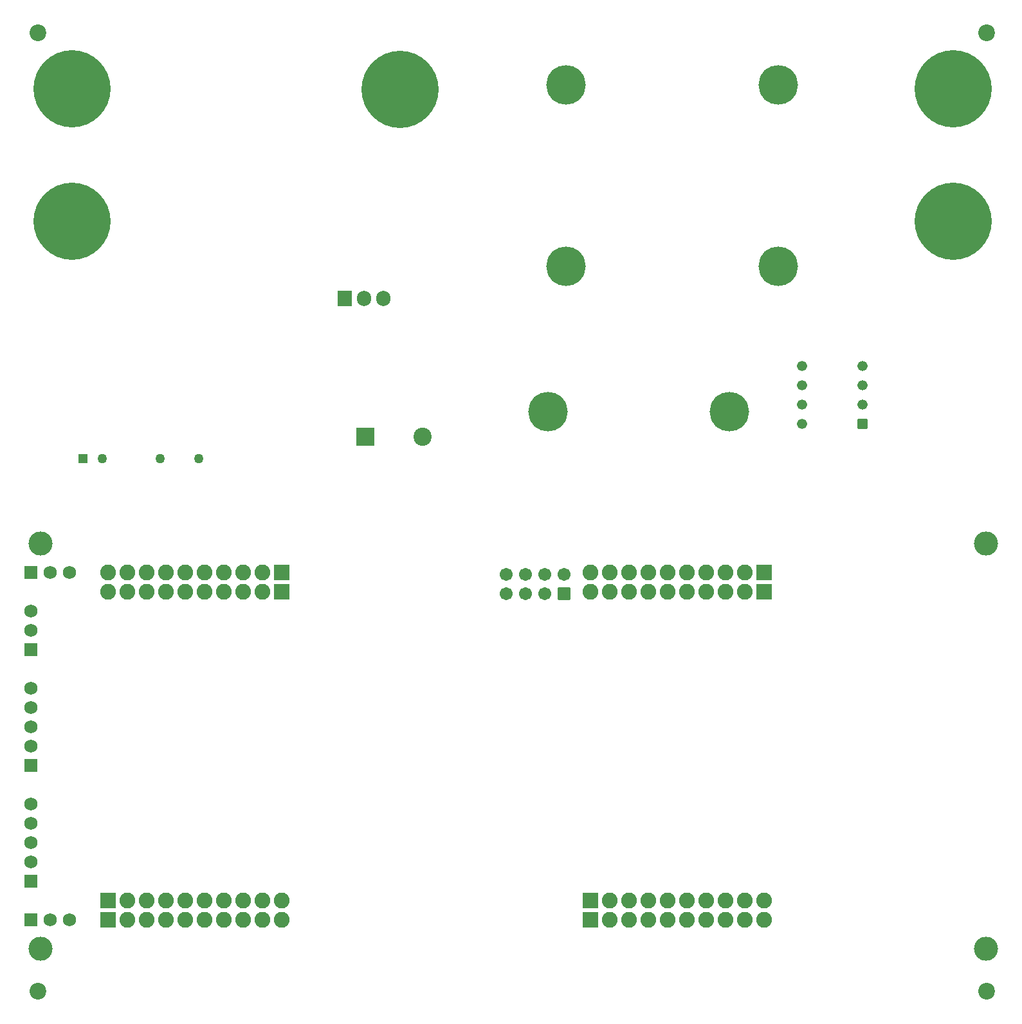
<source format=gbr>
%TF.GenerationSoftware,KiCad,Pcbnew,8.0.7*%
%TF.CreationDate,2025-03-01T22:04:56-05:00*%
%TF.ProjectId,MyFirstBuck,4d794669-7273-4744-9275-636b2e6b6963,v0*%
%TF.SameCoordinates,Original*%
%TF.FileFunction,Soldermask,Bot*%
%TF.FilePolarity,Negative*%
%FSLAX46Y46*%
G04 Gerber Fmt 4.6, Leading zero omitted, Abs format (unit mm)*
G04 Created by KiCad (PCBNEW 8.0.7) date 2025-03-01 22:04:56*
%MOMM*%
%LPD*%
G01*
G04 APERTURE LIST*
G04 Aperture macros list*
%AMRoundRect*
0 Rectangle with rounded corners*
0 $1 Rounding radius*
0 $2 $3 $4 $5 $6 $7 $8 $9 X,Y pos of 4 corners*
0 Add a 4 corners polygon primitive as box body*
4,1,4,$2,$3,$4,$5,$6,$7,$8,$9,$2,$3,0*
0 Add four circle primitives for the rounded corners*
1,1,$1+$1,$2,$3*
1,1,$1+$1,$4,$5*
1,1,$1+$1,$6,$7*
1,1,$1+$1,$8,$9*
0 Add four rect primitives between the rounded corners*
20,1,$1+$1,$2,$3,$4,$5,0*
20,1,$1+$1,$4,$5,$6,$7,0*
20,1,$1+$1,$6,$7,$8,$9,0*
20,1,$1+$1,$8,$9,$2,$3,0*%
G04 Aperture macros list end*
%ADD10C,5.200000*%
%ADD11R,2.400000X2.400000*%
%ADD12C,2.400000*%
%ADD13C,3.175000*%
%ADD14RoundRect,0.102000X0.939800X0.939800X-0.939800X0.939800X-0.939800X-0.939800X0.939800X-0.939800X0*%
%ADD15C,2.083600*%
%ADD16RoundRect,0.102000X0.762000X0.762000X-0.762000X0.762000X-0.762000X-0.762000X0.762000X-0.762000X0*%
%ADD17C,1.728000*%
%ADD18RoundRect,0.102000X0.750000X0.750000X-0.750000X0.750000X-0.750000X-0.750000X0.750000X-0.750000X0*%
%ADD19C,1.704000*%
%ADD20C,2.200000*%
%ADD21R,1.270000X1.270000*%
%ADD22C,1.270000*%
%ADD23C,10.160000*%
%ADD24R,1.905000X2.000000*%
%ADD25O,1.905000X2.000000*%
%ADD26RoundRect,0.102000X0.565000X0.565000X-0.565000X0.565000X-0.565000X-0.565000X0.565000X-0.565000X0*%
%ADD27C,1.334000*%
G04 APERTURE END LIST*
D10*
%TO.C,L2*%
X108000000Y-84900000D03*
X108000000Y-61000000D03*
%TD*%
D11*
%TO.C,C3*%
X81607400Y-107353800D03*
D12*
X89107400Y-107353800D03*
%TD*%
D13*
%TO.C,U2*%
X163322000Y-174752000D03*
X163322000Y-121412000D03*
X38862000Y-174752000D03*
X38862000Y-121412000D03*
D14*
X134112000Y-125222000D03*
D15*
X131572000Y-125222000D03*
X129032000Y-125222000D03*
X126492000Y-125222000D03*
X123952000Y-125222000D03*
X121412000Y-125222000D03*
X118872000Y-125222000D03*
X116332000Y-125222000D03*
X113792000Y-125222000D03*
X111252000Y-125222000D03*
D14*
X111252000Y-170942000D03*
D15*
X113792000Y-170942000D03*
X116332000Y-170942000D03*
X118872000Y-170942000D03*
X121412000Y-170942000D03*
X123952000Y-170942000D03*
X126492000Y-170942000D03*
X129032000Y-170942000D03*
X131572000Y-170942000D03*
X134112000Y-170942000D03*
D14*
X134112000Y-127762000D03*
D15*
X131572000Y-127762000D03*
X129032000Y-127762000D03*
X126492000Y-127762000D03*
X123952000Y-127762000D03*
X121412000Y-127762000D03*
X118872000Y-127762000D03*
X116332000Y-127762000D03*
X113792000Y-127762000D03*
X111252000Y-127762000D03*
D14*
X111252000Y-168402000D03*
D15*
X113792000Y-168402000D03*
X116332000Y-168402000D03*
X118872000Y-168402000D03*
X121412000Y-168402000D03*
X123952000Y-168402000D03*
X126492000Y-168402000D03*
X129032000Y-168402000D03*
X131572000Y-168402000D03*
X134112000Y-168402000D03*
D14*
X70612000Y-125222000D03*
D15*
X68072000Y-125222000D03*
X65532000Y-125222000D03*
X62992000Y-125222000D03*
X60452000Y-125222000D03*
X57912000Y-125222000D03*
X55372000Y-125222000D03*
X52832000Y-125222000D03*
X50292000Y-125222000D03*
X47752000Y-125222000D03*
D14*
X47752000Y-170942000D03*
D15*
X50292000Y-170942000D03*
X52832000Y-170942000D03*
X55372000Y-170942000D03*
X57912000Y-170942000D03*
X60452000Y-170942000D03*
X62992000Y-170942000D03*
X65532000Y-170942000D03*
X68072000Y-170942000D03*
X70612000Y-170942000D03*
D14*
X70612000Y-127762000D03*
D15*
X68072000Y-127762000D03*
X65532000Y-127762000D03*
X62992000Y-127762000D03*
X60452000Y-127762000D03*
X57912000Y-127762000D03*
X55372000Y-127762000D03*
X52832000Y-127762000D03*
X50292000Y-127762000D03*
X47752000Y-127762000D03*
D14*
X47752000Y-168402000D03*
D15*
X50292000Y-168402000D03*
X52832000Y-168402000D03*
X55372000Y-168402000D03*
X57912000Y-168402000D03*
X60452000Y-168402000D03*
X62992000Y-168402000D03*
X65532000Y-168402000D03*
X68072000Y-168402000D03*
X70612000Y-168402000D03*
D16*
X37592000Y-170942000D03*
D17*
X40132000Y-170942000D03*
X42672000Y-170942000D03*
D16*
X37592000Y-135382000D03*
D17*
X37592000Y-132842000D03*
X37592000Y-130302000D03*
D16*
X37592000Y-165862000D03*
D17*
X37592000Y-163322000D03*
X37592000Y-160782000D03*
X37592000Y-158242000D03*
X37592000Y-155702000D03*
D16*
X37592000Y-150622000D03*
D17*
X37592000Y-148082000D03*
X37592000Y-145542000D03*
X37592000Y-143002000D03*
X37592000Y-140462000D03*
D16*
X37592000Y-125222000D03*
D17*
X40132000Y-125222000D03*
X42672000Y-125222000D03*
D18*
X107768000Y-127996000D03*
D19*
X107768000Y-125456000D03*
X105228000Y-127996000D03*
X105228000Y-125456000D03*
X102688000Y-127996000D03*
X102688000Y-125456000D03*
X100148000Y-127996000D03*
X100148000Y-125456000D03*
%TD*%
D20*
%TO.C,REF\u002A\u002A*%
X163380000Y-180310000D03*
%TD*%
D21*
%TO.C,U4*%
X44405600Y-110189000D03*
D22*
X46945600Y-110189000D03*
X54565600Y-110189000D03*
X59645600Y-110189000D03*
%TD*%
D23*
%TO.C,J1*%
X43000000Y-61500000D03*
%TD*%
D24*
%TO.C,Q1*%
X78943200Y-89157400D03*
D25*
X81483200Y-89157400D03*
X84023200Y-89157400D03*
%TD*%
D26*
%TO.C,U1*%
X147070000Y-105610000D03*
D27*
X147070000Y-103070000D03*
X147070000Y-100530000D03*
X147070000Y-97990000D03*
X139130000Y-97990000D03*
X139130000Y-100530000D03*
X139130000Y-103070000D03*
X139130000Y-105610000D03*
%TD*%
D23*
%TO.C,J4*%
X158963000Y-79000000D03*
%TD*%
D10*
%TO.C,L3*%
X136000000Y-84900000D03*
X136000000Y-61000000D03*
%TD*%
D20*
%TO.C,REF\u002A\u002A*%
X163380000Y-54160000D03*
%TD*%
D23*
%TO.C,J5*%
X86190000Y-61580000D03*
%TD*%
%TO.C,J3*%
X159000000Y-61500000D03*
%TD*%
D20*
%TO.C,REF\u002A\u002A*%
X38560000Y-54170000D03*
%TD*%
D23*
%TO.C,J2*%
X43000000Y-79000000D03*
%TD*%
D10*
%TO.C,L1*%
X105626600Y-104063800D03*
X129526600Y-104063800D03*
%TD*%
D20*
%TO.C,REF\u002A\u002A*%
X38550000Y-180320000D03*
%TD*%
M02*

</source>
